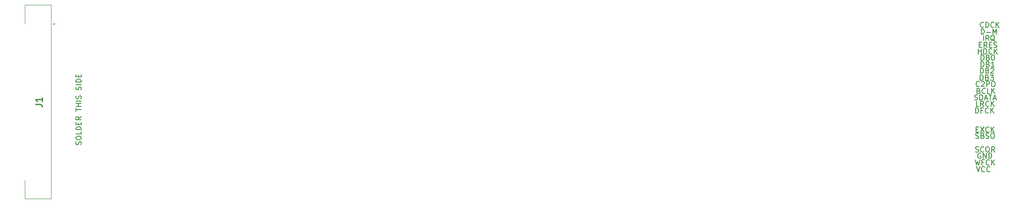
<source format=gbr>
%TF.GenerationSoftware,KiCad,Pcbnew,(5.1.9)-1*%
%TF.CreationDate,2021-05-28T12:30:45-05:00*%
%TF.ProjectId,MCD QSB,4d434420-5153-4422-9e6b-696361645f70,rev?*%
%TF.SameCoordinates,Original*%
%TF.FileFunction,Legend,Top*%
%TF.FilePolarity,Positive*%
%FSLAX46Y46*%
G04 Gerber Fmt 4.6, Leading zero omitted, Abs format (unit mm)*
G04 Created by KiCad (PCBNEW (5.1.9)-1) date 2021-05-28 12:30:45*
%MOMM*%
%LPD*%
G01*
G04 APERTURE LIST*
%ADD10C,0.150000*%
%ADD11C,0.200000*%
%ADD12C,0.100000*%
%ADD13C,0.254000*%
G04 APERTURE END LIST*
D10*
X231538946Y-116729260D02*
X231872280Y-117729260D01*
X232205613Y-116729260D01*
X233110375Y-117634022D02*
X233062756Y-117681641D01*
X232919899Y-117729260D01*
X232824660Y-117729260D01*
X232681803Y-117681641D01*
X232586565Y-117586403D01*
X232538946Y-117491165D01*
X232491327Y-117300689D01*
X232491327Y-117157832D01*
X232538946Y-116967356D01*
X232586565Y-116872118D01*
X232681803Y-116776880D01*
X232824660Y-116729260D01*
X232919899Y-116729260D01*
X233062756Y-116776880D01*
X233110375Y-116824499D01*
X234110375Y-117634022D02*
X234062756Y-117681641D01*
X233919899Y-117729260D01*
X233824660Y-117729260D01*
X233681803Y-117681641D01*
X233586565Y-117586403D01*
X233538946Y-117491165D01*
X233491327Y-117300689D01*
X233491327Y-117157832D01*
X233538946Y-116967356D01*
X233586565Y-116872118D01*
X233681803Y-116776880D01*
X233824660Y-116729260D01*
X233919899Y-116729260D01*
X234062756Y-116776880D01*
X234110375Y-116824499D01*
X231330097Y-115449100D02*
X231568192Y-116449100D01*
X231758668Y-115734815D01*
X231949144Y-116449100D01*
X232187240Y-115449100D01*
X232901525Y-115925291D02*
X232568192Y-115925291D01*
X232568192Y-116449100D02*
X232568192Y-115449100D01*
X233044382Y-115449100D01*
X233996763Y-116353862D02*
X233949144Y-116401481D01*
X233806287Y-116449100D01*
X233711049Y-116449100D01*
X233568192Y-116401481D01*
X233472954Y-116306243D01*
X233425335Y-116211005D01*
X233377716Y-116020529D01*
X233377716Y-115877672D01*
X233425335Y-115687196D01*
X233472954Y-115591958D01*
X233568192Y-115496720D01*
X233711049Y-115449100D01*
X233806287Y-115449100D01*
X233949144Y-115496720D01*
X233996763Y-115544339D01*
X234425335Y-116449100D02*
X234425335Y-115449100D01*
X234996763Y-116449100D02*
X234568192Y-115877672D01*
X234996763Y-115449100D02*
X234425335Y-116020529D01*
X232354215Y-114201320D02*
X232258977Y-114153700D01*
X232116120Y-114153700D01*
X231973262Y-114201320D01*
X231878024Y-114296558D01*
X231830405Y-114391796D01*
X231782786Y-114582272D01*
X231782786Y-114725129D01*
X231830405Y-114915605D01*
X231878024Y-115010843D01*
X231973262Y-115106081D01*
X232116120Y-115153700D01*
X232211358Y-115153700D01*
X232354215Y-115106081D01*
X232401834Y-115058462D01*
X232401834Y-114725129D01*
X232211358Y-114725129D01*
X232830405Y-115153700D02*
X232830405Y-114153700D01*
X233401834Y-115153700D01*
X233401834Y-114153700D01*
X233878024Y-115153700D02*
X233878024Y-114153700D01*
X234116120Y-114153700D01*
X234258977Y-114201320D01*
X234354215Y-114296558D01*
X234401834Y-114391796D01*
X234449453Y-114582272D01*
X234449453Y-114725129D01*
X234401834Y-114915605D01*
X234354215Y-115010843D01*
X234258977Y-115106081D01*
X234116120Y-115153700D01*
X233878024Y-115153700D01*
X231357396Y-113902121D02*
X231500253Y-113949740D01*
X231738348Y-113949740D01*
X231833586Y-113902121D01*
X231881205Y-113854502D01*
X231928824Y-113759264D01*
X231928824Y-113664026D01*
X231881205Y-113568788D01*
X231833586Y-113521169D01*
X231738348Y-113473550D01*
X231547872Y-113425931D01*
X231452634Y-113378312D01*
X231405015Y-113330693D01*
X231357396Y-113235455D01*
X231357396Y-113140217D01*
X231405015Y-113044979D01*
X231452634Y-112997360D01*
X231547872Y-112949740D01*
X231785967Y-112949740D01*
X231928824Y-112997360D01*
X232928824Y-113854502D02*
X232881205Y-113902121D01*
X232738348Y-113949740D01*
X232643110Y-113949740D01*
X232500253Y-113902121D01*
X232405015Y-113806883D01*
X232357396Y-113711645D01*
X232309777Y-113521169D01*
X232309777Y-113378312D01*
X232357396Y-113187836D01*
X232405015Y-113092598D01*
X232500253Y-112997360D01*
X232643110Y-112949740D01*
X232738348Y-112949740D01*
X232881205Y-112997360D01*
X232928824Y-113044979D01*
X233547872Y-112949740D02*
X233738348Y-112949740D01*
X233833586Y-112997360D01*
X233928824Y-113092598D01*
X233976443Y-113283074D01*
X233976443Y-113616407D01*
X233928824Y-113806883D01*
X233833586Y-113902121D01*
X233738348Y-113949740D01*
X233547872Y-113949740D01*
X233452634Y-113902121D01*
X233357396Y-113806883D01*
X233309777Y-113616407D01*
X233309777Y-113283074D01*
X233357396Y-113092598D01*
X233452634Y-112997360D01*
X233547872Y-112949740D01*
X234976443Y-113949740D02*
X234643110Y-113473550D01*
X234405015Y-113949740D02*
X234405015Y-112949740D01*
X234785967Y-112949740D01*
X234881205Y-112997360D01*
X234928824Y-113044979D01*
X234976443Y-113140217D01*
X234976443Y-113283074D01*
X234928824Y-113378312D01*
X234881205Y-113425931D01*
X234785967Y-113473550D01*
X234405015Y-113473550D01*
X231381205Y-111321481D02*
X231524062Y-111369100D01*
X231762158Y-111369100D01*
X231857396Y-111321481D01*
X231905015Y-111273862D01*
X231952634Y-111178624D01*
X231952634Y-111083386D01*
X231905015Y-110988148D01*
X231857396Y-110940529D01*
X231762158Y-110892910D01*
X231571681Y-110845291D01*
X231476443Y-110797672D01*
X231428824Y-110750053D01*
X231381205Y-110654815D01*
X231381205Y-110559577D01*
X231428824Y-110464339D01*
X231476443Y-110416720D01*
X231571681Y-110369100D01*
X231809777Y-110369100D01*
X231952634Y-110416720D01*
X232714539Y-110845291D02*
X232857396Y-110892910D01*
X232905015Y-110940529D01*
X232952634Y-111035767D01*
X232952634Y-111178624D01*
X232905015Y-111273862D01*
X232857396Y-111321481D01*
X232762158Y-111369100D01*
X232381205Y-111369100D01*
X232381205Y-110369100D01*
X232714539Y-110369100D01*
X232809777Y-110416720D01*
X232857396Y-110464339D01*
X232905015Y-110559577D01*
X232905015Y-110654815D01*
X232857396Y-110750053D01*
X232809777Y-110797672D01*
X232714539Y-110845291D01*
X232381205Y-110845291D01*
X233333586Y-111321481D02*
X233476443Y-111369100D01*
X233714539Y-111369100D01*
X233809777Y-111321481D01*
X233857396Y-111273862D01*
X233905015Y-111178624D01*
X233905015Y-111083386D01*
X233857396Y-110988148D01*
X233809777Y-110940529D01*
X233714539Y-110892910D01*
X233524062Y-110845291D01*
X233428824Y-110797672D01*
X233381205Y-110750053D01*
X233333586Y-110654815D01*
X233333586Y-110559577D01*
X233381205Y-110464339D01*
X233428824Y-110416720D01*
X233524062Y-110369100D01*
X233762158Y-110369100D01*
X233905015Y-110416720D01*
X234524062Y-110369100D02*
X234714539Y-110369100D01*
X234809777Y-110416720D01*
X234905015Y-110511958D01*
X234952634Y-110702434D01*
X234952634Y-111035767D01*
X234905015Y-111226243D01*
X234809777Y-111321481D01*
X234714539Y-111369100D01*
X234524062Y-111369100D01*
X234428824Y-111321481D01*
X234333586Y-111226243D01*
X234285967Y-111035767D01*
X234285967Y-110702434D01*
X234333586Y-110511958D01*
X234428824Y-110416720D01*
X234524062Y-110369100D01*
X231496763Y-109671811D02*
X231830097Y-109671811D01*
X231972954Y-110195620D02*
X231496763Y-110195620D01*
X231496763Y-109195620D01*
X231972954Y-109195620D01*
X232306287Y-109195620D02*
X232972954Y-110195620D01*
X232972954Y-109195620D02*
X232306287Y-110195620D01*
X233925335Y-110100382D02*
X233877716Y-110148001D01*
X233734859Y-110195620D01*
X233639620Y-110195620D01*
X233496763Y-110148001D01*
X233401525Y-110052763D01*
X233353906Y-109957525D01*
X233306287Y-109767049D01*
X233306287Y-109624192D01*
X233353906Y-109433716D01*
X233401525Y-109338478D01*
X233496763Y-109243240D01*
X233639620Y-109195620D01*
X233734859Y-109195620D01*
X233877716Y-109243240D01*
X233925335Y-109290859D01*
X234353906Y-110195620D02*
X234353906Y-109195620D01*
X234925335Y-110195620D02*
X234496763Y-109624192D01*
X234925335Y-109195620D02*
X234353906Y-109767049D01*
X231395163Y-106532940D02*
X231395163Y-105532940D01*
X231633259Y-105532940D01*
X231776116Y-105580560D01*
X231871354Y-105675798D01*
X231918973Y-105771036D01*
X231966592Y-105961512D01*
X231966592Y-106104369D01*
X231918973Y-106294845D01*
X231871354Y-106390083D01*
X231776116Y-106485321D01*
X231633259Y-106532940D01*
X231395163Y-106532940D01*
X232728497Y-106009131D02*
X232395163Y-106009131D01*
X232395163Y-106532940D02*
X232395163Y-105532940D01*
X232871354Y-105532940D01*
X233823735Y-106437702D02*
X233776116Y-106485321D01*
X233633259Y-106532940D01*
X233538020Y-106532940D01*
X233395163Y-106485321D01*
X233299925Y-106390083D01*
X233252306Y-106294845D01*
X233204687Y-106104369D01*
X233204687Y-105961512D01*
X233252306Y-105771036D01*
X233299925Y-105675798D01*
X233395163Y-105580560D01*
X233538020Y-105532940D01*
X233633259Y-105532940D01*
X233776116Y-105580560D01*
X233823735Y-105628179D01*
X234252306Y-106532940D02*
X234252306Y-105532940D01*
X234823735Y-106532940D02*
X234395163Y-105961512D01*
X234823735Y-105532940D02*
X234252306Y-106104369D01*
X232006923Y-105257860D02*
X231530733Y-105257860D01*
X231530733Y-104257860D01*
X232911685Y-105257860D02*
X232578352Y-104781670D01*
X232340257Y-105257860D02*
X232340257Y-104257860D01*
X232721209Y-104257860D01*
X232816447Y-104305480D01*
X232864066Y-104353099D01*
X232911685Y-104448337D01*
X232911685Y-104591194D01*
X232864066Y-104686432D01*
X232816447Y-104734051D01*
X232721209Y-104781670D01*
X232340257Y-104781670D01*
X233911685Y-105162622D02*
X233864066Y-105210241D01*
X233721209Y-105257860D01*
X233625971Y-105257860D01*
X233483114Y-105210241D01*
X233387876Y-105115003D01*
X233340257Y-105019765D01*
X233292638Y-104829289D01*
X233292638Y-104686432D01*
X233340257Y-104495956D01*
X233387876Y-104400718D01*
X233483114Y-104305480D01*
X233625971Y-104257860D01*
X233721209Y-104257860D01*
X233864066Y-104305480D01*
X233911685Y-104353099D01*
X234340257Y-105257860D02*
X234340257Y-104257860D01*
X234911685Y-105257860D02*
X234483114Y-104686432D01*
X234911685Y-104257860D02*
X234340257Y-104829289D01*
X231173590Y-103980881D02*
X231316447Y-104028500D01*
X231554542Y-104028500D01*
X231649780Y-103980881D01*
X231697400Y-103933262D01*
X231745019Y-103838024D01*
X231745019Y-103742786D01*
X231697400Y-103647548D01*
X231649780Y-103599929D01*
X231554542Y-103552310D01*
X231364066Y-103504691D01*
X231268828Y-103457072D01*
X231221209Y-103409453D01*
X231173590Y-103314215D01*
X231173590Y-103218977D01*
X231221209Y-103123739D01*
X231268828Y-103076120D01*
X231364066Y-103028500D01*
X231602161Y-103028500D01*
X231745019Y-103076120D01*
X232173590Y-104028500D02*
X232173590Y-103028500D01*
X232411685Y-103028500D01*
X232554542Y-103076120D01*
X232649780Y-103171358D01*
X232697400Y-103266596D01*
X232745019Y-103457072D01*
X232745019Y-103599929D01*
X232697400Y-103790405D01*
X232649780Y-103885643D01*
X232554542Y-103980881D01*
X232411685Y-104028500D01*
X232173590Y-104028500D01*
X233125971Y-103742786D02*
X233602161Y-103742786D01*
X233030733Y-104028500D02*
X233364066Y-103028500D01*
X233697400Y-104028500D01*
X233887876Y-103028500D02*
X234459304Y-103028500D01*
X234173590Y-104028500D02*
X234173590Y-103028500D01*
X234745019Y-103742786D02*
X235221209Y-103742786D01*
X234649780Y-104028500D02*
X234983114Y-103028500D01*
X235316447Y-104028500D01*
X231985986Y-102280411D02*
X232128843Y-102328030D01*
X232176462Y-102375649D01*
X232224081Y-102470887D01*
X232224081Y-102613744D01*
X232176462Y-102708982D01*
X232128843Y-102756601D01*
X232033605Y-102804220D01*
X231652653Y-102804220D01*
X231652653Y-101804220D01*
X231985986Y-101804220D01*
X232081224Y-101851840D01*
X232128843Y-101899459D01*
X232176462Y-101994697D01*
X232176462Y-102089935D01*
X232128843Y-102185173D01*
X232081224Y-102232792D01*
X231985986Y-102280411D01*
X231652653Y-102280411D01*
X233224081Y-102708982D02*
X233176462Y-102756601D01*
X233033605Y-102804220D01*
X232938367Y-102804220D01*
X232795510Y-102756601D01*
X232700272Y-102661363D01*
X232652653Y-102566125D01*
X232605034Y-102375649D01*
X232605034Y-102232792D01*
X232652653Y-102042316D01*
X232700272Y-101947078D01*
X232795510Y-101851840D01*
X232938367Y-101804220D01*
X233033605Y-101804220D01*
X233176462Y-101851840D01*
X233224081Y-101899459D01*
X234128843Y-102804220D02*
X233652653Y-102804220D01*
X233652653Y-101804220D01*
X234462177Y-102804220D02*
X234462177Y-101804220D01*
X235033605Y-102804220D02*
X234605034Y-102232792D01*
X235033605Y-101804220D02*
X234462177Y-102375649D01*
X232083123Y-101378022D02*
X232035504Y-101425641D01*
X231892647Y-101473260D01*
X231797409Y-101473260D01*
X231654552Y-101425641D01*
X231559314Y-101330403D01*
X231511695Y-101235165D01*
X231464076Y-101044689D01*
X231464076Y-100901832D01*
X231511695Y-100711356D01*
X231559314Y-100616118D01*
X231654552Y-100520880D01*
X231797409Y-100473260D01*
X231892647Y-100473260D01*
X232035504Y-100520880D01*
X232083123Y-100568499D01*
X232464076Y-100568499D02*
X232511695Y-100520880D01*
X232606933Y-100473260D01*
X232845028Y-100473260D01*
X232940266Y-100520880D01*
X232987885Y-100568499D01*
X233035504Y-100663737D01*
X233035504Y-100758975D01*
X232987885Y-100901832D01*
X232416457Y-101473260D01*
X233035504Y-101473260D01*
X233464076Y-101473260D02*
X233464076Y-100473260D01*
X233845028Y-100473260D01*
X233940266Y-100520880D01*
X233987885Y-100568499D01*
X234035504Y-100663737D01*
X234035504Y-100806594D01*
X233987885Y-100901832D01*
X233940266Y-100949451D01*
X233845028Y-100997070D01*
X233464076Y-100997070D01*
X234654552Y-100473260D02*
X234845028Y-100473260D01*
X234940266Y-100520880D01*
X235035504Y-100616118D01*
X235083123Y-100806594D01*
X235083123Y-101139927D01*
X235035504Y-101330403D01*
X234940266Y-101425641D01*
X234845028Y-101473260D01*
X234654552Y-101473260D01*
X234559314Y-101425641D01*
X234464076Y-101330403D01*
X234416457Y-101139927D01*
X234416457Y-100806594D01*
X234464076Y-100616118D01*
X234559314Y-100520880D01*
X234654552Y-100473260D01*
X232259024Y-100269300D02*
X232259024Y-99269300D01*
X232497120Y-99269300D01*
X232639977Y-99316920D01*
X232735215Y-99412158D01*
X232782834Y-99507396D01*
X232830453Y-99697872D01*
X232830453Y-99840729D01*
X232782834Y-100031205D01*
X232735215Y-100126443D01*
X232639977Y-100221681D01*
X232497120Y-100269300D01*
X232259024Y-100269300D01*
X233592358Y-99745491D02*
X233735215Y-99793110D01*
X233782834Y-99840729D01*
X233830453Y-99935967D01*
X233830453Y-100078824D01*
X233782834Y-100174062D01*
X233735215Y-100221681D01*
X233639977Y-100269300D01*
X233259024Y-100269300D01*
X233259024Y-99269300D01*
X233592358Y-99269300D01*
X233687596Y-99316920D01*
X233735215Y-99364539D01*
X233782834Y-99459777D01*
X233782834Y-99555015D01*
X233735215Y-99650253D01*
X233687596Y-99697872D01*
X233592358Y-99745491D01*
X233259024Y-99745491D01*
X234163786Y-99269300D02*
X234782834Y-99269300D01*
X234449500Y-99650253D01*
X234592358Y-99650253D01*
X234687596Y-99697872D01*
X234735215Y-99745491D01*
X234782834Y-99840729D01*
X234782834Y-100078824D01*
X234735215Y-100174062D01*
X234687596Y-100221681D01*
X234592358Y-100269300D01*
X234306643Y-100269300D01*
X234211405Y-100221681D01*
X234163786Y-100174062D01*
X232284424Y-98943420D02*
X232284424Y-97943420D01*
X232522520Y-97943420D01*
X232665377Y-97991040D01*
X232760615Y-98086278D01*
X232808234Y-98181516D01*
X232855853Y-98371992D01*
X232855853Y-98514849D01*
X232808234Y-98705325D01*
X232760615Y-98800563D01*
X232665377Y-98895801D01*
X232522520Y-98943420D01*
X232284424Y-98943420D01*
X233617758Y-98419611D02*
X233760615Y-98467230D01*
X233808234Y-98514849D01*
X233855853Y-98610087D01*
X233855853Y-98752944D01*
X233808234Y-98848182D01*
X233760615Y-98895801D01*
X233665377Y-98943420D01*
X233284424Y-98943420D01*
X233284424Y-97943420D01*
X233617758Y-97943420D01*
X233712996Y-97991040D01*
X233760615Y-98038659D01*
X233808234Y-98133897D01*
X233808234Y-98229135D01*
X233760615Y-98324373D01*
X233712996Y-98371992D01*
X233617758Y-98419611D01*
X233284424Y-98419611D01*
X234236805Y-98038659D02*
X234284424Y-97991040D01*
X234379662Y-97943420D01*
X234617758Y-97943420D01*
X234712996Y-97991040D01*
X234760615Y-98038659D01*
X234808234Y-98133897D01*
X234808234Y-98229135D01*
X234760615Y-98371992D01*
X234189186Y-98943420D01*
X234808234Y-98943420D01*
X232411424Y-97698820D02*
X232411424Y-96698820D01*
X232649520Y-96698820D01*
X232792377Y-96746440D01*
X232887615Y-96841678D01*
X232935234Y-96936916D01*
X232982853Y-97127392D01*
X232982853Y-97270249D01*
X232935234Y-97460725D01*
X232887615Y-97555963D01*
X232792377Y-97651201D01*
X232649520Y-97698820D01*
X232411424Y-97698820D01*
X233744758Y-97175011D02*
X233887615Y-97222630D01*
X233935234Y-97270249D01*
X233982853Y-97365487D01*
X233982853Y-97508344D01*
X233935234Y-97603582D01*
X233887615Y-97651201D01*
X233792377Y-97698820D01*
X233411424Y-97698820D01*
X233411424Y-96698820D01*
X233744758Y-96698820D01*
X233839996Y-96746440D01*
X233887615Y-96794059D01*
X233935234Y-96889297D01*
X233935234Y-96984535D01*
X233887615Y-97079773D01*
X233839996Y-97127392D01*
X233744758Y-97175011D01*
X233411424Y-97175011D01*
X234935234Y-97698820D02*
X234363805Y-97698820D01*
X234649520Y-97698820D02*
X234649520Y-96698820D01*
X234554281Y-96841678D01*
X234459043Y-96936916D01*
X234363805Y-96984535D01*
X232426664Y-96454220D02*
X232426664Y-95454220D01*
X232664760Y-95454220D01*
X232807617Y-95501840D01*
X232902855Y-95597078D01*
X232950474Y-95692316D01*
X232998093Y-95882792D01*
X232998093Y-96025649D01*
X232950474Y-96216125D01*
X232902855Y-96311363D01*
X232807617Y-96406601D01*
X232664760Y-96454220D01*
X232426664Y-96454220D01*
X233759998Y-95930411D02*
X233902855Y-95978030D01*
X233950474Y-96025649D01*
X233998093Y-96120887D01*
X233998093Y-96263744D01*
X233950474Y-96358982D01*
X233902855Y-96406601D01*
X233807617Y-96454220D01*
X233426664Y-96454220D01*
X233426664Y-95454220D01*
X233759998Y-95454220D01*
X233855236Y-95501840D01*
X233902855Y-95549459D01*
X233950474Y-95644697D01*
X233950474Y-95739935D01*
X233902855Y-95835173D01*
X233855236Y-95882792D01*
X233759998Y-95930411D01*
X233426664Y-95930411D01*
X234617140Y-95454220D02*
X234712379Y-95454220D01*
X234807617Y-95501840D01*
X234855236Y-95549459D01*
X234902855Y-95644697D01*
X234950474Y-95835173D01*
X234950474Y-96073268D01*
X234902855Y-96263744D01*
X234855236Y-96358982D01*
X234807617Y-96406601D01*
X234712379Y-96454220D01*
X234617140Y-96454220D01*
X234521902Y-96406601D01*
X234474283Y-96358982D01*
X234426664Y-96263744D01*
X234379045Y-96073268D01*
X234379045Y-95835173D01*
X234426664Y-95644697D01*
X234474283Y-95549459D01*
X234521902Y-95501840D01*
X234617140Y-95454220D01*
X231879045Y-95235020D02*
X231879045Y-94235020D01*
X231879045Y-94711211D02*
X232450474Y-94711211D01*
X232450474Y-95235020D02*
X232450474Y-94235020D01*
X232926664Y-95235020D02*
X232926664Y-94235020D01*
X233164760Y-94235020D01*
X233307617Y-94282640D01*
X233402855Y-94377878D01*
X233450474Y-94473116D01*
X233498093Y-94663592D01*
X233498093Y-94806449D01*
X233450474Y-94996925D01*
X233402855Y-95092163D01*
X233307617Y-95187401D01*
X233164760Y-95235020D01*
X232926664Y-95235020D01*
X234498093Y-95139782D02*
X234450474Y-95187401D01*
X234307617Y-95235020D01*
X234212379Y-95235020D01*
X234069521Y-95187401D01*
X233974283Y-95092163D01*
X233926664Y-94996925D01*
X233879045Y-94806449D01*
X233879045Y-94663592D01*
X233926664Y-94473116D01*
X233974283Y-94377878D01*
X234069521Y-94282640D01*
X234212379Y-94235020D01*
X234307617Y-94235020D01*
X234450474Y-94282640D01*
X234498093Y-94330259D01*
X234926664Y-95235020D02*
X234926664Y-94235020D01*
X235498093Y-95235020D02*
X235069521Y-94663592D01*
X235498093Y-94235020D02*
X234926664Y-94806449D01*
X232093022Y-93497091D02*
X232426356Y-93497091D01*
X232569213Y-94020900D02*
X232093022Y-94020900D01*
X232093022Y-93020900D01*
X232569213Y-93020900D01*
X233569213Y-94020900D02*
X233235880Y-93544710D01*
X232997784Y-94020900D02*
X232997784Y-93020900D01*
X233378737Y-93020900D01*
X233473975Y-93068520D01*
X233521594Y-93116139D01*
X233569213Y-93211377D01*
X233569213Y-93354234D01*
X233521594Y-93449472D01*
X233473975Y-93497091D01*
X233378737Y-93544710D01*
X232997784Y-93544710D01*
X233997784Y-93497091D02*
X234331118Y-93497091D01*
X234473975Y-94020900D02*
X233997784Y-94020900D01*
X233997784Y-93020900D01*
X234473975Y-93020900D01*
X234854927Y-93973281D02*
X234997784Y-94020900D01*
X235235880Y-94020900D01*
X235331118Y-93973281D01*
X235378737Y-93925662D01*
X235426356Y-93830424D01*
X235426356Y-93735186D01*
X235378737Y-93639948D01*
X235331118Y-93592329D01*
X235235880Y-93544710D01*
X235045403Y-93497091D01*
X234950165Y-93449472D01*
X234902546Y-93401853D01*
X234854927Y-93306615D01*
X234854927Y-93211377D01*
X234902546Y-93116139D01*
X234950165Y-93068520D01*
X235045403Y-93020900D01*
X235283499Y-93020900D01*
X235426356Y-93068520D01*
X232869550Y-92679780D02*
X232869550Y-91679780D01*
X233917169Y-92679780D02*
X233583836Y-92203590D01*
X233345740Y-92679780D02*
X233345740Y-91679780D01*
X233726693Y-91679780D01*
X233821931Y-91727400D01*
X233869550Y-91775019D01*
X233917169Y-91870257D01*
X233917169Y-92013114D01*
X233869550Y-92108352D01*
X233821931Y-92155971D01*
X233726693Y-92203590D01*
X233345740Y-92203590D01*
X235012407Y-92775019D02*
X234917169Y-92727400D01*
X234821931Y-92632161D01*
X234679074Y-92489304D01*
X234583836Y-92441685D01*
X234488598Y-92441685D01*
X234536217Y-92679780D02*
X234440979Y-92632161D01*
X234345740Y-92536923D01*
X234298121Y-92346447D01*
X234298121Y-92013114D01*
X234345740Y-91822638D01*
X234440979Y-91727400D01*
X234536217Y-91679780D01*
X234726693Y-91679780D01*
X234821931Y-91727400D01*
X234917169Y-91822638D01*
X234964788Y-92013114D01*
X234964788Y-92346447D01*
X234917169Y-92536923D01*
X234821931Y-92632161D01*
X234726693Y-92679780D01*
X234536217Y-92679780D01*
X232466379Y-91465660D02*
X232466379Y-90465660D01*
X232704474Y-90465660D01*
X232847331Y-90513280D01*
X232942569Y-90608518D01*
X232990188Y-90703756D01*
X233037807Y-90894232D01*
X233037807Y-91037089D01*
X232990188Y-91227565D01*
X232942569Y-91322803D01*
X232847331Y-91418041D01*
X232704474Y-91465660D01*
X232466379Y-91465660D01*
X233466379Y-91084708D02*
X234228283Y-91084708D01*
X234704474Y-91465660D02*
X234704474Y-90465660D01*
X235037807Y-91179946D01*
X235371140Y-90465660D01*
X235371140Y-91465660D01*
X232885763Y-90064862D02*
X232838144Y-90112481D01*
X232695287Y-90160100D01*
X232600049Y-90160100D01*
X232457192Y-90112481D01*
X232361954Y-90017243D01*
X232314335Y-89922005D01*
X232266716Y-89731529D01*
X232266716Y-89588672D01*
X232314335Y-89398196D01*
X232361954Y-89302958D01*
X232457192Y-89207720D01*
X232600049Y-89160100D01*
X232695287Y-89160100D01*
X232838144Y-89207720D01*
X232885763Y-89255339D01*
X233314335Y-90160100D02*
X233314335Y-89160100D01*
X233552430Y-89160100D01*
X233695287Y-89207720D01*
X233790525Y-89302958D01*
X233838144Y-89398196D01*
X233885763Y-89588672D01*
X233885763Y-89731529D01*
X233838144Y-89922005D01*
X233790525Y-90017243D01*
X233695287Y-90112481D01*
X233552430Y-90160100D01*
X233314335Y-90160100D01*
X234885763Y-90064862D02*
X234838144Y-90112481D01*
X234695287Y-90160100D01*
X234600049Y-90160100D01*
X234457192Y-90112481D01*
X234361954Y-90017243D01*
X234314335Y-89922005D01*
X234266716Y-89731529D01*
X234266716Y-89588672D01*
X234314335Y-89398196D01*
X234361954Y-89302958D01*
X234457192Y-89207720D01*
X234600049Y-89160100D01*
X234695287Y-89160100D01*
X234838144Y-89207720D01*
X234885763Y-89255339D01*
X235314335Y-90160100D02*
X235314335Y-89160100D01*
X235885763Y-90160100D02*
X235457192Y-89588672D01*
X235885763Y-89160100D02*
X235314335Y-89731529D01*
X60724681Y-112556085D02*
X60772300Y-112413228D01*
X60772300Y-112175133D01*
X60724681Y-112079895D01*
X60677062Y-112032276D01*
X60581824Y-111984657D01*
X60486586Y-111984657D01*
X60391348Y-112032276D01*
X60343729Y-112079895D01*
X60296110Y-112175133D01*
X60248491Y-112365609D01*
X60200872Y-112460847D01*
X60153253Y-112508466D01*
X60058015Y-112556085D01*
X59962777Y-112556085D01*
X59867539Y-112508466D01*
X59819920Y-112460847D01*
X59772300Y-112365609D01*
X59772300Y-112127514D01*
X59819920Y-111984657D01*
X59772300Y-111365609D02*
X59772300Y-111175133D01*
X59819920Y-111079895D01*
X59915158Y-110984657D01*
X60105634Y-110937038D01*
X60438967Y-110937038D01*
X60629443Y-110984657D01*
X60724681Y-111079895D01*
X60772300Y-111175133D01*
X60772300Y-111365609D01*
X60724681Y-111460847D01*
X60629443Y-111556085D01*
X60438967Y-111603704D01*
X60105634Y-111603704D01*
X59915158Y-111556085D01*
X59819920Y-111460847D01*
X59772300Y-111365609D01*
X60772300Y-110032276D02*
X60772300Y-110508466D01*
X59772300Y-110508466D01*
X60772300Y-109698942D02*
X59772300Y-109698942D01*
X59772300Y-109460847D01*
X59819920Y-109317990D01*
X59915158Y-109222752D01*
X60010396Y-109175133D01*
X60200872Y-109127514D01*
X60343729Y-109127514D01*
X60534205Y-109175133D01*
X60629443Y-109222752D01*
X60724681Y-109317990D01*
X60772300Y-109460847D01*
X60772300Y-109698942D01*
X60248491Y-108698942D02*
X60248491Y-108365609D01*
X60772300Y-108222752D02*
X60772300Y-108698942D01*
X59772300Y-108698942D01*
X59772300Y-108222752D01*
X60772300Y-107222752D02*
X60296110Y-107556085D01*
X60772300Y-107794180D02*
X59772300Y-107794180D01*
X59772300Y-107413228D01*
X59819920Y-107317990D01*
X59867539Y-107270371D01*
X59962777Y-107222752D01*
X60105634Y-107222752D01*
X60200872Y-107270371D01*
X60248491Y-107317990D01*
X60296110Y-107413228D01*
X60296110Y-107794180D01*
X59772300Y-106175133D02*
X59772300Y-105603704D01*
X60772300Y-105889419D02*
X59772300Y-105889419D01*
X60772300Y-105270371D02*
X59772300Y-105270371D01*
X60248491Y-105270371D02*
X60248491Y-104698942D01*
X60772300Y-104698942D02*
X59772300Y-104698942D01*
X60772300Y-104222752D02*
X59772300Y-104222752D01*
X60724681Y-103794180D02*
X60772300Y-103651323D01*
X60772300Y-103413228D01*
X60724681Y-103317990D01*
X60677062Y-103270371D01*
X60581824Y-103222752D01*
X60486586Y-103222752D01*
X60391348Y-103270371D01*
X60343729Y-103317990D01*
X60296110Y-103413228D01*
X60248491Y-103603704D01*
X60200872Y-103698942D01*
X60153253Y-103746561D01*
X60058015Y-103794180D01*
X59962777Y-103794180D01*
X59867539Y-103746561D01*
X59819920Y-103698942D01*
X59772300Y-103603704D01*
X59772300Y-103365609D01*
X59819920Y-103222752D01*
X60724681Y-102079895D02*
X60772300Y-101937038D01*
X60772300Y-101698942D01*
X60724681Y-101603704D01*
X60677062Y-101556085D01*
X60581824Y-101508466D01*
X60486586Y-101508466D01*
X60391348Y-101556085D01*
X60343729Y-101603704D01*
X60296110Y-101698942D01*
X60248491Y-101889419D01*
X60200872Y-101984657D01*
X60153253Y-102032276D01*
X60058015Y-102079895D01*
X59962777Y-102079895D01*
X59867539Y-102032276D01*
X59819920Y-101984657D01*
X59772300Y-101889419D01*
X59772300Y-101651323D01*
X59819920Y-101508466D01*
X60772300Y-101079895D02*
X59772300Y-101079895D01*
X60772300Y-100603704D02*
X59772300Y-100603704D01*
X59772300Y-100365609D01*
X59819920Y-100222752D01*
X59915158Y-100127514D01*
X60010396Y-100079895D01*
X60200872Y-100032276D01*
X60343729Y-100032276D01*
X60534205Y-100079895D01*
X60629443Y-100127514D01*
X60724681Y-100222752D01*
X60772300Y-100365609D01*
X60772300Y-100603704D01*
X60248491Y-99603704D02*
X60248491Y-99270371D01*
X60772300Y-99127514D02*
X60772300Y-99603704D01*
X59772300Y-99603704D01*
X59772300Y-99127514D01*
D11*
%TO.C,J1*%
X55632000Y-89608000D02*
G75*
G02*
X55632000Y-89408000I0J100000D01*
G01*
X55632000Y-89408000D02*
G75*
G02*
X55632000Y-89608000I0J-100000D01*
G01*
X55632000Y-89608000D02*
X55632000Y-89608000D01*
X55632000Y-89408000D02*
X55632000Y-89408000D01*
D12*
X49982000Y-122908000D02*
X49982000Y-119358000D01*
X54982000Y-122908000D02*
X49982000Y-122908000D01*
X54982000Y-85908000D02*
X54982000Y-122908000D01*
X49982000Y-85908000D02*
X54982000Y-85908000D01*
X49982000Y-89408000D02*
X49982000Y-85908000D01*
D13*
X52036523Y-104831333D02*
X52943666Y-104831333D01*
X53125095Y-104891809D01*
X53246047Y-105012761D01*
X53306523Y-105194190D01*
X53306523Y-105315142D01*
X53306523Y-103561333D02*
X53306523Y-104287047D01*
X53306523Y-103924190D02*
X52036523Y-103924190D01*
X52217952Y-104045142D01*
X52338904Y-104166095D01*
X52399380Y-104287047D01*
%TD*%
M02*

</source>
